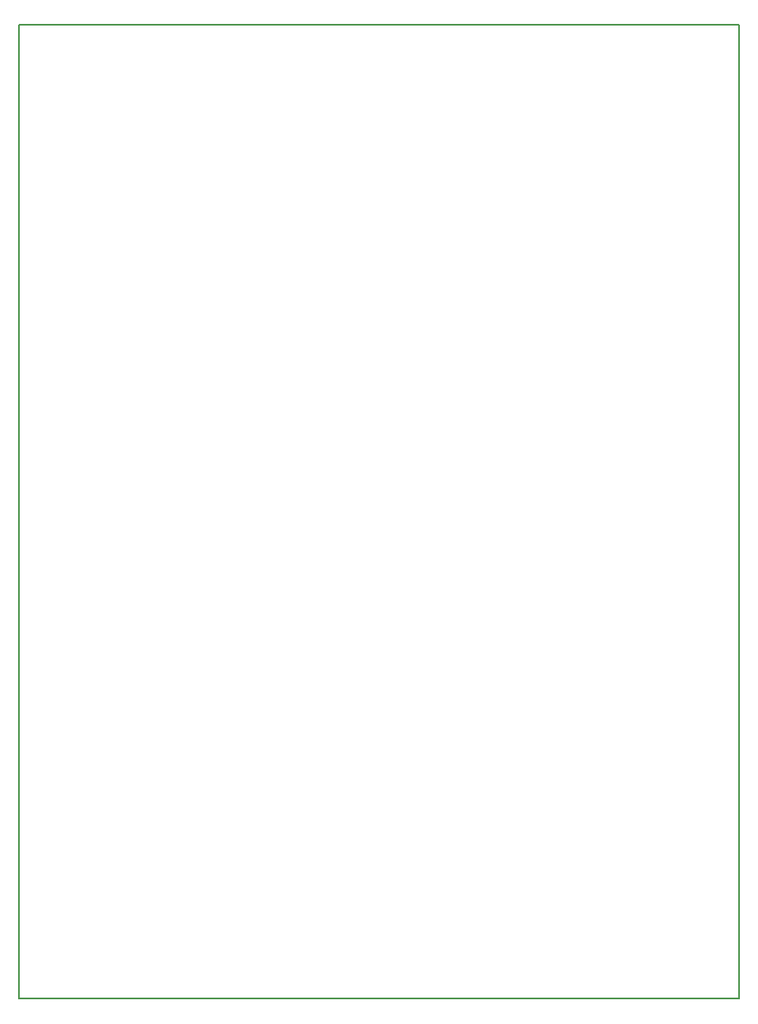
<source format=gbr>
%TF.GenerationSoftware,KiCad,Pcbnew,8.0.5*%
%TF.CreationDate,2024-10-29T06:52:38-03:00*%
%TF.ProjectId,WattSync,57617474-5379-46e6-932e-6b696361645f,rev?*%
%TF.SameCoordinates,Original*%
%TF.FileFunction,Profile,NP*%
%FSLAX46Y46*%
G04 Gerber Fmt 4.6, Leading zero omitted, Abs format (unit mm)*
G04 Created by KiCad (PCBNEW 8.0.5) date 2024-10-29 06:52:38*
%MOMM*%
%LPD*%
G01*
G04 APERTURE LIST*
%TA.AperFunction,Profile*%
%ADD10C,0.200000*%
%TD*%
G04 APERTURE END LIST*
D10*
X66800000Y-36060000D02*
X140800000Y-36060000D01*
X140800000Y-136060000D01*
X66800000Y-136060000D01*
X66800000Y-36060000D01*
M02*

</source>
